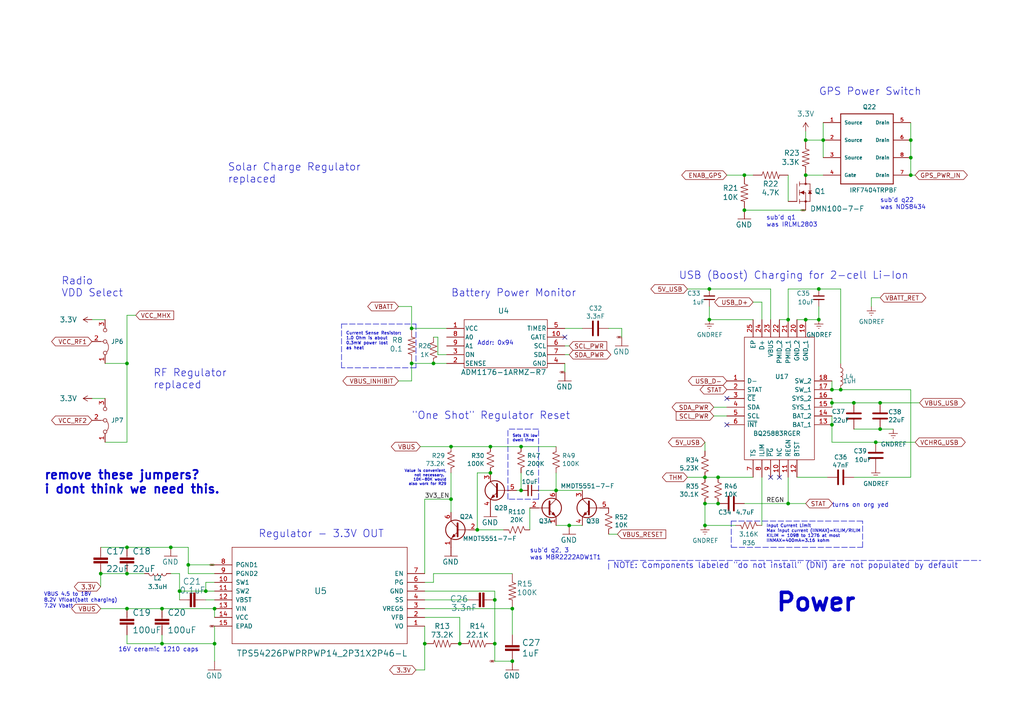
<source format=kicad_sch>
(kicad_sch (version 20211123) (generator eeschema)
  (paper "A4")
  (title_block (title "PyCubed Mainboard") (date "2021-06-09") (rev "v05c") (company "Max Holliday"))
  (lib_symbols
    (symbol "mainboard-rescue:C-Device-mainboard-rescue" (pin_numbers hide) (pin_names (offset 0.254))
      (property "Reference" "C" (at 0.635 2.54 0))
      (property "Value" "C-Device-mainboard-rescue" (at 0.635 -2.54 0))
      (symbol "C-Device-mainboard-rescue_1_1"
        (pin passive line (at 0 3.81 270) (length 2.794) (name "~") (number "1"))
        (pin passive line (at 0 -3.81 90) (length 2.794) (name "~") (number "2"))
      )
    )
    (symbol "mainboard-rescue:C_Small-Device-mainboard-rescue" (pin_numbers hide) (pin_names (offset 0.254) hide)
      (property "Reference" "C" (at 0.254 1.778 0))
      (property "Value" "C_Small-Device-mainboard-rescue" (at 0.254 -2.032 0))
      (symbol "C_Small-Device-mainboard-rescue_1_1"
        (pin passive line (at 0 2.54 270) (length 2.032) (name "~") (number "1"))
        (pin passive line (at 0 -2.54 90) (length 2.032) (name "~") (number "2"))
      )
    )
    (symbol "mainboard-rescue:GNDREF-power-mainboard-rescue" (power) (pin_names (offset 0))
      (property "Value" "GNDREF-power-mainboard-rescue" (at 0 -3.81 0))
      (symbol "GNDREF-power-mainboard-rescue_1_1"
        (pin power_in line (at 0 0 270) (length 0) hide (name "GNDREF") (number "1"))
      )
    )
    (symbol "mainboard-rescue:Jumper_3_Bridged12-Jumper-mainboard-rescue" (pin_names (offset 0) hide)
      (property "Reference" "JP" (at -2.54 -2.54 0))
      (property "Value" "Jumper_3_Bridged12-Jumper-mainboard-rescue" (at 0 2.794 0))
      (symbol "Jumper_3_Bridged12-Jumper-mainboard-rescue_1_1"
        (pin passive line (at -6.35 0 0) (length 2.54) (name "A") (number "1"))
        (pin input line (at 0 -3.81 90) (length 2.54) (name "C") (number "2"))
        (pin passive line (at 6.35 0 180) (length 2.54) (name "B") (number "3"))
      )
    )
    (symbol "mainboard-rescue:L-Device-mainboard-rescue" (pin_numbers hide) (pin_names (offset 1.016) hide)
      (property "Reference" "L" (at -1.27 0 90))
      (property "Value" "L-Device-mainboard-rescue" (at 1.905 0 90))
      (symbol "L-Device-mainboard-rescue_1_1"
        (pin passive line (at 0 3.81 270) (length 1.27) (name "1") (number "1"))
        (pin passive line (at 0 -3.81 90) (length 1.27) (name "2") (number "2"))
      )
    )
    (symbol "mainboard-rescue:MBT2222ADW1T1-Transistor_BJT-mainboard-rescue" (pin_names (offset 0) hide)
      (property "Reference" "Q" (at 5.08 1.27 0))
      (property "Value" "MBT2222ADW1T1-Transistor_BJT-mainboard-rescue" (at 5.08 -1.27 0))
      (symbol "MBT2222ADW1T1-Transistor_BJT-mainboard-rescue_1_1"
        (pin passive line (at 2.54 -5.08 90) (length 2.54) (name "E1") (number "1"))
        (pin input line (at -5.08 0 0) (length 2.54) (name "B1") (number "2"))
        (pin passive line (at 2.54 5.08 270) (length 2.54) (name "C1") (number "6"))
      )
      (symbol "MBT2222ADW1T1-Transistor_BJT-mainboard-rescue_2_1"
        (pin passive line (at 2.54 5.08 270) (length 2.54) (name "C2") (number "3"))
        (pin passive line (at 2.54 -5.08 90) (length 2.54) (name "E2") (number "4"))
        (pin input line (at -5.08 0 0) (length 2.54) (name "B2") (number "5"))
      )
    )
    (symbol "mainboard-rescue:R_US-Device-mainboard-rescue" (pin_numbers hide) (pin_names (offset 0))
      (property "Reference" "R" (at 2.54 0 90))
      (property "Value" "R_US-Device-mainboard-rescue" (at -2.54 0 90))
      (symbol "R_US-Device-mainboard-rescue_1_1"
        (pin passive line (at 0 3.81 270) (length 1.27) (name "~") (number "1"))
        (pin passive line (at 0 -3.81 90) (length 1.27) (name "~") (number "2"))
      )
    )
    (symbol "mainboard:1.0UF-0603-16V-10%" (pin_names (offset 1.016))
      (property "Reference" "C" (at 1.524 2.921 0))
      (property "Value" "1.0UF-0603-16V-10%" (at 1.524 -2.159 0))
      (symbol "1.0UF-0603-16V-10%_1_0"
        (pin passive line (at 0 5.08 270) (length 2.54) (name "1") (number "1"))
        (pin passive line (at 0 -2.54 90) (length 2.54) (name "2") (number "2"))
      )
    )
    (symbol "mainboard:22UF-0805-6.3V-20%" (pin_names (offset 1.016))
      (property "Reference" "C" (at 1.524 2.921 0))
      (property "Value" "22UF-0805-6.3V-20%" (at 1.524 -2.159 0))
      (symbol "22UF-0805-6.3V-20%_1_0"
        (pin passive line (at 0 5.08 270) (length 2.54) (name "1") (number "1"))
        (pin passive line (at 0 -2.54 90) (length 2.54) (name "2") (number "2"))
      )
    )
    (symbol "mainboard:22UF-1210-16V-20%" (pin_names (offset 1.016))
      (property "Reference" "C" (at 1.524 2.921 0))
      (property "Value" "22UF-1210-16V-20%" (at 1.524 -2.159 0))
      (symbol "22UF-1210-16V-20%_1_0"
        (pin passive line (at 0 5.08 270) (length 2.54) (name "1") (number "1"))
        (pin passive line (at 0 -2.54 90) (length 2.54) (name "2") (number "2"))
      )
    )
    (symbol "mainboard:3.3NF-0603-100V-10%" (pin_names (offset 1.016))
      (property "Reference" "C" (at 1.524 2.921 0))
      (property "Value" "3.3NF-0603-100V-10%" (at 1.524 -2.159 0))
      (symbol "3.3NF-0603-100V-10%_1_0"
        (pin passive line (at 0 5.08 270) (length 2.54) (name "1") (number "1"))
        (pin passive line (at 0 -2.54 90) (length 2.54) (name "2") (number "2"))
      )
    )
    (symbol "mainboard:3.3V" (power) (pin_names (offset 1.016))
      (property "Value" "3.3V" (at -1.016 3.556 0))
      (symbol "3.3V_1_0"
        (pin power_in line (at 0 0 90) (length 2.54) (name "3.3V") (number "1"))
      )
    )
    (symbol "mainboard:ADM1176-1ARMZ-R7" (pin_names (offset 0.254))
      (property "Reference" "U?" (at 19.05 -10.16 0))
      (property "Value" "ADM1176-1ARMZ-R7" (at 20.32 -26.67 0))
      (symbol "ADM1176-1ARMZ-R7_1_0"
        (pin unspecified line (at 2.54 -13.97 0) (length 5.08) (name "VCC") (number "1"))
        (pin unspecified line (at 36.83 -16.51 180) (length 5.08) (name "GATE") (number "10"))
        (pin unspecified line (at 2.54 -24.13 0) (length 5.08) (name "SENSE") (number "2"))
        (pin unspecified line (at 2.54 -21.59 0) (length 5.08) (name "ON") (number "3"))
        (pin unspecified line (at 36.83 -24.13 180) (length 5.08) (name "GND") (number "4"))
        (pin unspecified line (at 36.83 -13.97 180) (length 5.08) (name "TIMER") (number "5"))
        (pin unspecified line (at 36.83 -19.05 180) (length 5.08) (name "SCL") (number "6"))
        (pin unspecified line (at 36.83 -21.59 180) (length 5.08) (name "SDA") (number "7"))
        (pin unspecified line (at 2.54 -16.51 0) (length 5.08) (name "A0") (number "8"))
        (pin unspecified line (at 2.54 -19.05 0) (length 5.08) (name "A1") (number "9"))
      )
    )
    (symbol "mainboard:BQ25883RGER" (pin_names (offset 0.762))
      (property "Reference" "IC" (at 26.67 17.78 0))
      (property "Value" "BQ25883RGER" (at 26.67 15.24 0))
      (symbol "BQ25883RGER_0_0"
        (pin bidirectional line (at 0 0 0) (length 5.08) (name "D-") (number "1"))
        (pin bidirectional line (at 15.24 -27.94 90) (length 5.08) (name "NC") (number "10"))
        (pin bidirectional line (at 17.78 -27.94 90) (length 5.08) (name "REGN") (number "11"))
        (pin bidirectional line (at 20.32 -27.94 90) (length 5.08) (name "BTST") (number "12"))
        (pin bidirectional line (at 30.48 -12.7 180) (length 5.08) (name "BAT_1") (number "13"))
        (pin bidirectional line (at 30.48 -10.16 180) (length 5.08) (name "BAT_2") (number "14"))
        (pin bidirectional line (at 30.48 -7.62 180) (length 5.08) (name "SYS_1") (number "15"))
        (pin bidirectional line (at 30.48 -5.08 180) (length 5.08) (name "SYS_2") (number "16"))
        (pin bidirectional line (at 30.48 -2.54 180) (length 5.08) (name "SW_1") (number "17"))
        (pin bidirectional line (at 30.48 0 180) (length 5.08) (name "SW_2") (number "18"))
        (pin bidirectional line (at 22.86 17.78 270) (length 5.08) (name "GND_1") (number "19"))
        (pin bidirectional line (at 0 -2.54 0) (length 5.08) (name "STAT") (number "2"))
        (pin bidirectional line (at 20.32 17.78 270) (length 5.08) (name "GND_2") (number "20"))
        (pin bidirectional line (at 17.78 17.78 270) (length 5.08) (name "PMID_1") (number "21"))
        (pin bidirectional line (at 15.24 17.78 270) (length 5.08) (name "PMID_2") (number "22"))
        (pin bidirectional line (at 12.7 17.78 270) (length 5.08) (name "VBUS") (number "23"))
        (pin bidirectional line (at 10.16 17.78 270) (length 5.08) (name "D+") (number "24"))
        (pin bidirectional line (at 7.62 17.78 270) (length 5.08) (name "EP") (number "25"))
        (pin bidirectional line (at 0 -5.08 0) (length 5.08) (name "~{CE}") (number "3"))
        (pin bidirectional line (at 0 -7.62 0) (length 5.08) (name "SDA") (number "4"))
        (pin bidirectional line (at 0 -10.16 0) (length 5.08) (name "SCL") (number "5"))
        (pin bidirectional line (at 0 -12.7 0) (length 5.08) (name "~{INT}") (number "6"))
        (pin bidirectional line (at 7.62 -27.94 90) (length 5.08) (name "TS") (number "7"))
        (pin bidirectional line (at 10.16 -27.94 90) (length 5.08) (name "ILIM") (number "8"))
        (pin bidirectional line (at 12.7 -27.94 90) (length 5.08) (name "~{PG}") (number "9"))
      )
    )
    (symbol "mainboard:GND" (power) (pin_names (offset 1.016))
      (property "Value" "GND" (at -2.54 -2.54 0))
      (symbol "GND_1_0"
        (pin power_in line (at 0 2.54 270) (length 2.54) (name "GND") (number "1"))
      )
    )
    (symbol "mainboard:IRLML2803TRPBF" (pin_names (offset 1.016))
      (property "Reference" "Q" (at -11.43 1.27 0))
      (property "Value" "IRLML2803TRPBF" (at -11.43 3.81 0))
      (symbol "IRLML2803TRPBF_1_0"
        (pin passive line (at -2.54 -2.54 0) (length 2.54) (name "G") (number "1"))
        (pin passive line (at 2.54 -5.08 90) (length 2.54) (name "S") (number "2"))
        (pin passive line (at 2.54 5.08 270) (length 2.54) (name "D") (number "3"))
      )
    )
    (symbol "mainboard:NDS8434" (pin_names (offset 1.016))
      (symbol "NDS8434_0_0"
        (pin bidirectional line (at -12.7 7.62 0) (length 5.08) (name "Source") (number "1"))
        (pin bidirectional line (at -12.7 2.54 0) (length 5.08) (name "Source") (number "2"))
        (pin bidirectional line (at -12.7 -2.54 0) (length 5.08) (name "Source") (number "3"))
        (pin bidirectional line (at -12.7 -7.62 0) (length 5.08) (name "Gate") (number "4"))
        (pin bidirectional line (at 12.7 7.62 180) (length 5.08) (name "Drain") (number "5"))
        (pin bidirectional line (at 12.7 2.54 180) (length 5.08) (name "Drain") (number "6"))
        (pin bidirectional line (at 12.7 -7.62 180) (length 5.08) (name "Drain") (number "7"))
        (pin bidirectional line (at 12.7 -2.54 180) (length 5.08) (name "Drain") (number "8"))
      )
    )
    (symbol "mainboard:R-US_R0603" (pin_names (offset 1.016))
      (property "Reference" "R" (at -3.81 1.4986 0))
      (property "Value" "R-US_R0603" (at -3.81 -3.302 0))
      (symbol "R-US_R0603_1_0"
        (pin passive line (at -5.08 0 0) (length 2.54) (name "1") (number "1"))
        (pin passive line (at 5.08 0 180) (length 2.54) (name "2") (number "2"))
      )
    )
    (symbol "mainboard:R-US_R2512" (pin_names (offset 1.016))
      (property "Reference" "R" (at -3.81 1.4986 0))
      (property "Value" "R-US_R2512" (at -3.81 -3.302 0))
      (symbol "R-US_R2512_1_0"
        (pin passive line (at -5.08 0 0) (length 2.54) (name "1") (number "1"))
        (pin passive line (at 5.08 0 180) (length 2.54) (name "2") (number "2"))
      )
    )
    (symbol "mainboard:TPS54226PWPRPWP14_2P31X2P46-L" (pin_names (offset 1.016))
      (property "Reference" "U" (at 28.2956 9.1186 0))
      (property "Value" "TPS54226PWPRPWP14_2P31X2P46-L" (at 27.6606 6.5786 0))
      (symbol "TPS54226PWPRPWP14_2P31X2P46-L_1_0"
        (pin output line (at 2.54 0 0) (length 5.08) (name "VO") (number "1"))
        (pin passive line (at 63.5 -12.7 180) (length 5.08) (name "SW1") (number "10"))
        (pin passive line (at 63.5 -10.16 180) (length 5.08) (name "SW2") (number "11"))
        (pin input line (at 63.5 -7.62 180) (length 5.08) (name "VBST") (number "12"))
        (pin input line (at 63.5 -5.08 180) (length 5.08) (name "VIN") (number "13"))
        (pin input line (at 63.5 -2.54 180) (length 5.08) (name "VCC") (number "14"))
        (pin passive line (at 63.5 0 180) (length 5.08) (name "EPAD") (number "15"))
        (pin input line (at 2.54 -2.54 0) (length 5.08) (name "VFB") (number "2"))
        (pin output line (at 2.54 -5.08 0) (length 5.08) (name "VREG5") (number "3"))
        (pin passive line (at 2.54 -7.62 0) (length 5.08) (name "SS") (number "4"))
        (pin power_in line (at 2.54 -10.16 0) (length 5.08) (name "GND") (number "5"))
        (pin output line (at 2.54 -12.7 0) (length 5.08) (name "PG") (number "6"))
        (pin input line (at 2.54 -15.24 0) (length 5.08) (name "EN") (number "7"))
        (pin power_in line (at 63.5 -17.78 180) (length 5.08) (name "PGND1") (number "8"))
        (pin power_in line (at 63.5 -15.24 180) (length 5.08) (name "PGND2") (number "9"))
      )
    )
  )
  (junction (at 215.9 50.8))
  (junction (at 247.65 116.84))
  (junction (at 215.9 60.96))
  (junction (at 254 128.27))
  (junction (at 237.49 83.82))
  (junction (at 36.83 105.41))
  (junction (at 205.74 92.71))
  (junction (at 208.28 146.05))
  (junction (at 36.83 166.37))
  (junction (at 233.68 50.8))
  (junction (at 62.23 186.69))
  (junction (at 165.1 152.4))
  (junction (at 238.76 40.64))
  (junction (at 204.47 146.05))
  (junction (at 59.69 171.45))
  (junction (at 151.13 129.54))
  (junction (at 143.51 173.99))
  (junction (at 46.99 176.53))
  (junction (at 204.47 138.43))
  (junction (at 119.38 95.25))
  (junction (at 208.28 138.43))
  (junction (at 52.07 171.45))
  (junction (at 205.74 83.82))
  (junction (at 46.99 186.69))
  (junction (at 148.59 191.77))
  (junction (at 151.13 142.24))
  (junction (at 119.38 105.41))
  (junction (at 123.19 186.69))
  (junction (at 54.61 163.83))
  (junction (at 233.68 92.71))
  (junction (at 143.51 186.69))
  (junction (at 204.47 152.4))
  (junction (at 148.59 176.53))
  (junction (at 142.24 129.54))
  (junction (at 241.3 113.03))
  (junction (at 241.3 123.19))
  (junction (at 29.21 166.37))
  (junction (at 62.23 176.53))
  (junction (at 130.81 144.78))
  (junction (at 130.81 129.54))
  (junction (at 255.27 116.84))
  (junction (at 161.29 142.24))
  (junction (at 36.83 176.53))
  (junction (at 138.43 153.67))
  (junction (at 243.84 113.03))
  (junction (at 125.73 105.41))
  (junction (at 255.27 124.46))
  (junction (at 264.16 50.8))
  (junction (at 264.16 40.64))
  (junction (at 36.83 158.75))
  (junction (at 233.68 40.64))
  (junction (at 142.24 137.16))
  (junction (at 237.49 92.71))
  (junction (at 228.6 146.05))
  (junction (at 133.35 186.69))
  (junction (at 264.16 45.72))
  (junction (at 49.53 158.75))
  (junction (at 228.6 92.71))
  (junction (at 241.3 116.84))
  (no_connect (at 210.82 123.19))
  (no_connect (at 163.83 97.79))
  (no_connect (at 223.52 138.43))
  (no_connect (at 226.06 138.43))
  (no_connect (at 210.82 115.57))
  (wire (pts (xy 54.61 166.37) (xy 62.23 166.37)))
  (wire (pts (xy 62.23 168.91) (xy 59.69 168.91)))
  (polyline (pts (xy 99.06 93.98) (xy 120.65 93.98)))
  (wire (pts (xy 138.43 137.16) (xy 142.24 137.16)))
  (wire (pts (xy 29.21 170.18) (xy 29.21 166.37)))
  (wire (pts (xy 264.16 50.8) (xy 265.43 50.8)))
  (polyline (pts (xy 120.65 93.98) (xy 120.65 106.68)))
  (wire (pts (xy 36.83 158.75) (xy 49.53 158.75)))
  (wire (pts (xy 46.99 186.69) (xy 46.99 184.15)))
  (wire (pts (xy 264.16 35.56) (xy 264.16 40.64)))
  (wire (pts (xy 119.38 95.25) (xy 129.54 95.25)))
  (wire (pts (xy 148.59 166.37) (xy 125.73 166.37)))
  (wire (pts (xy 231.14 92.71) (xy 233.68 92.71)))
  (wire (pts (xy 218.44 50.8) (xy 215.9 50.8)))
  (wire (pts (xy 36.83 176.53) (xy 29.21 176.53)))
  (wire (pts (xy 254 128.27) (xy 265.43 128.27)))
  (wire (pts (xy 130.81 144.78) (xy 130.81 148.59)))
  (polyline (pts (xy 156.21 144.78) (xy 156.21 124.46)))
  (wire (pts (xy 264.16 45.72) (xy 264.16 50.8)))
  (wire (pts (xy 205.74 88.9) (xy 205.74 92.71)))
  (wire (pts (xy 123.19 181.61) (xy 123.19 186.69)))
  (wire (pts (xy 26.67 92.71) (xy 30.48 92.71)))
  (wire (pts (xy 143.51 191.77) (xy 143.51 186.69)))
  (wire (pts (xy 233.68 40.64) (xy 233.68 38.1)))
  (wire (pts (xy 208.28 138.43) (xy 204.47 138.43)))
  (wire (pts (xy 179.07 154.94) (xy 176.53 154.94)))
  (wire (pts (xy 243.84 83.82) (xy 237.49 83.82)))
  (wire (pts (xy 133.35 179.07) (xy 133.35 186.69)))
  (wire (pts (xy 215.9 146.05) (xy 228.6 146.05)))
  (wire (pts (xy 52.07 171.45) (xy 52.07 166.37)))
  (wire (pts (xy 36.83 186.69) (xy 36.83 184.15)))
  (wire (pts (xy 163.83 107.95) (xy 163.83 105.41)))
  (wire (pts (xy 233.68 92.71) (xy 237.49 92.71)))
  (wire (pts (xy 36.83 128.27) (xy 36.83 105.41)))
  (wire (pts (xy 168.91 152.4) (xy 165.1 152.4)))
  (wire (pts (xy 165.1 152.4) (xy 161.29 152.4)))
  (wire (pts (xy 62.23 181.61) (xy 62.23 186.69)))
  (wire (pts (xy 210.82 118.11) (xy 207.01 118.11)))
  (wire (pts (xy 46.99 176.53) (xy 62.23 176.53)))
  (wire (pts (xy 228.6 146.05) (xy 233.68 146.05)))
  (wire (pts (xy 153.67 153.67) (xy 153.67 147.32)))
  (wire (pts (xy 30.48 128.27) (xy 36.83 128.27)))
  (wire (pts (xy 146.05 153.67) (xy 138.43 153.67)))
  (wire (pts (xy 125.73 168.91) (xy 123.19 168.91)))
  (polyline (pts (xy 176.53 165.1) (xy 176.53 162.56)))
  (wire (pts (xy 247.65 124.46) (xy 255.27 124.46)))
  (wire (pts (xy 123.19 179.07) (xy 133.35 179.07)))
  (wire (pts (xy 143.51 173.99) (xy 143.51 186.69)))
  (wire (pts (xy 255.27 124.46) (xy 259.08 124.46)))
  (wire (pts (xy 161.29 137.16) (xy 161.29 142.24)))
  (wire (pts (xy 241.3 120.65) (xy 241.3 123.19)))
  (wire (pts (xy 204.47 152.4) (xy 213.36 152.4)))
  (wire (pts (xy 204.47 146.05) (xy 204.47 152.4)))
  (wire (pts (xy 264.16 40.64) (xy 264.16 45.72)))
  (wire (pts (xy 168.91 142.24) (xy 161.29 142.24)))
  (wire (pts (xy 226.06 92.71) (xy 228.6 92.71)))
  (wire (pts (xy 127 97.79) (xy 125.73 97.79)))
  (wire (pts (xy 228.6 138.43) (xy 228.6 146.05)))
  (wire (pts (xy 30.48 105.41) (xy 36.83 105.41)))
  (wire (pts (xy 176.53 95.25) (xy 180.34 95.25)))
  (wire (pts (xy 237.49 88.9) (xy 237.49 92.71)))
  (wire (pts (xy 247.65 138.43) (xy 264.16 138.43)))
  (wire (pts (xy 247.65 116.84) (xy 255.27 116.84)))
  (wire (pts (xy 46.99 186.69) (xy 62.23 186.69)))
  (polyline (pts (xy 99.06 106.68) (xy 99.06 93.98)))
  (wire (pts (xy 247.65 116.84) (xy 241.3 116.84)))
  (wire (pts (xy 36.83 186.69) (xy 46.99 186.69)))
  (wire (pts (xy 36.83 105.41) (xy 36.83 91.44)))
  (polyline (pts (xy 147.32 144.78) (xy 147.32 124.46)))
  (wire (pts (xy 62.23 163.83) (xy 54.61 163.83)))
  (wire (pts (xy 205.74 92.71) (xy 218.44 92.71)))
  (wire (pts (xy 241.3 113.03) (xy 243.84 113.03)))
  (wire (pts (xy 243.84 113.03) (xy 264.16 113.03)))
  (wire (pts (xy 238.76 40.64) (xy 238.76 35.56)))
  (wire (pts (xy 220.98 152.4) (xy 220.98 138.43)))
  (wire (pts (xy 254 128.27) (xy 241.3 128.27)))
  (wire (pts (xy 123.19 176.53) (xy 148.59 176.53)))
  (wire (pts (xy 233.68 60.96) (xy 215.9 60.96)))
  (wire (pts (xy 130.81 137.16) (xy 130.81 144.78)))
  (wire (pts (xy 125.73 166.37) (xy 125.73 168.91)))
  (wire (pts (xy 119.38 95.25) (xy 119.38 88.9)))
  (wire (pts (xy 223.52 92.71) (xy 223.52 83.82)))
  (wire (pts (xy 241.3 115.57) (xy 241.3 116.84)))
  (wire (pts (xy 149.86 142.24) (xy 151.13 142.24)))
  (wire (pts (xy 119.38 105.41) (xy 125.73 105.41)))
  (wire (pts (xy 165.1 100.33) (xy 163.83 100.33)))
  (wire (pts (xy 215.9 50.8) (xy 210.82 50.8)))
  (wire (pts (xy 241.3 128.27) (xy 241.3 123.19)))
  (wire (pts (xy 115.57 110.49) (xy 119.38 110.49)))
  (wire (pts (xy 123.19 166.37) (xy 123.19 144.78)))
  (wire (pts (xy 62.23 173.99) (xy 59.69 173.99)))
  (polyline (pts (xy 176.53 162.56) (xy 284.48 162.56)))
  (wire (pts (xy 138.43 153.67) (xy 138.43 137.16)))
  (wire (pts (xy 143.51 171.45) (xy 143.51 173.99)))
  (wire (pts (xy 127 102.87) (xy 129.54 102.87)))
  (wire (pts (xy 238.76 45.72) (xy 238.76 40.64)))
  (wire (pts (xy 59.69 171.45) (xy 59.69 168.91)))
  (wire (pts (xy 218.44 138.43) (xy 208.28 138.43)))
  (wire (pts (xy 228.6 83.82) (xy 228.6 92.71)))
  (wire (pts (xy 127 102.87) (xy 127 97.79)))
  (wire (pts (xy 130.81 129.54) (xy 142.24 129.54)))
  (wire (pts (xy 54.61 163.83) (xy 54.61 166.37)))
  (wire (pts (xy 49.53 158.75) (xy 54.61 158.75)))
  (wire (pts (xy 125.73 105.41) (xy 129.54 105.41)))
  (polyline (pts (xy 120.65 106.68) (xy 99.06 106.68)))
  (polyline (pts (xy 212.09 151.13) (xy 212.09 158.75)))
  (wire (pts (xy 237.49 83.82) (xy 228.6 83.82)))
  (wire (pts (xy 29.21 166.37) (xy 36.83 166.37)))
  (wire (pts (xy 151.13 129.54) (xy 161.29 129.54)))
  (wire (pts (xy 255.27 116.84) (xy 266.7 116.84)))
  (polyline (pts (xy 250.19 151.13) (xy 212.09 151.13)))
  (wire (pts (xy 62.23 179.07) (xy 62.23 176.53)))
  (wire (pts (xy 121.92 129.54) (xy 130.81 129.54)))
  (wire (pts (xy 123.19 144.78) (xy 130.81 144.78)))
  (polyline (pts (xy 250.19 158.75) (xy 250.19 151.13)))
  (wire (pts (xy 241.3 110.49) (xy 241.3 113.03)))
  (wire (pts (xy 143.51 191.77) (xy 148.59 191.77)))
  (wire (pts (xy 205.74 83.82) (xy 199.39 83.82)))
  (wire (pts (xy 252.73 88.9) (xy 252.73 86.36)))
  (wire (pts (xy 36.83 91.44) (xy 39.37 91.44)))
  (wire (pts (xy 142.24 129.54) (xy 151.13 129.54)))
  (wire (pts (xy 52.07 173.99) (xy 52.07 171.45)))
  (wire (pts (xy 210.82 120.65) (xy 207.01 120.65)))
  (wire (pts (xy 151.13 137.16) (xy 151.13 142.24)))
  (wire (pts (xy 156.21 142.24) (xy 161.29 142.24)))
  (wire (pts (xy 228.6 58.42) (xy 228.6 50.8)))
  (wire (pts (xy 36.83 166.37) (xy 41.91 166.37)))
  (wire (pts (xy 204.47 128.27) (xy 204.47 130.81)))
  (wire (pts (xy 243.84 105.41) (xy 243.84 83.82)))
  (wire (pts (xy 62.23 171.45) (xy 59.69 171.45)))
  (wire (pts (xy 208.28 146.05) (xy 204.47 146.05)))
  (wire (pts (xy 26.67 115.57) (xy 30.48 115.57)))
  (wire (pts (xy 168.91 95.25) (xy 163.83 95.25)))
  (wire (pts (xy 231.14 138.43) (xy 240.03 138.43)))
  (wire (pts (xy 62.23 186.69) (xy 62.23 191.77)))
  (wire (pts (xy 223.52 83.82) (xy 205.74 83.82)))
  (wire (pts (xy 29.21 158.75) (xy 36.83 158.75)))
  (polyline (pts (xy 156.21 124.46) (xy 147.32 124.46)))
  (wire (pts (xy 148.59 176.53) (xy 148.59 184.15)))
  (wire (pts (xy 123.19 194.31) (xy 120.65 194.31)))
  (wire (pts (xy 119.38 105.41) (xy 119.38 110.49)))
  (wire (pts (xy 115.57 88.9) (xy 119.38 88.9)))
  (wire (pts (xy 241.3 116.84) (xy 241.3 118.11)))
  (wire (pts (xy 238.76 50.8) (xy 233.68 50.8)))
  (wire (pts (xy 123.19 186.69) (xy 123.19 194.31)))
  (wire (pts (xy 36.83 176.53) (xy 46.99 176.53)))
  (wire (pts (xy 218.44 87.63) (xy 220.98 87.63)))
  (wire (pts (xy 264.16 113.03) (xy 264.16 138.43)))
  (wire (pts (xy 123.19 173.99) (xy 135.89 173.99)))
  (wire (pts (xy 252.73 86.36) (xy 255.27 86.36)))
  (wire (pts (xy 180.34 97.79) (xy 180.34 95.25)))
  (wire (pts (xy 165.1 102.87) (xy 163.83 102.87)))
  (wire (pts (xy 220.98 87.63) (xy 220.98 92.71)))
  (wire (pts (xy 54.61 158.75) (xy 54.61 163.83)))
  (polyline (pts (xy 156.21 144.78) (xy 147.32 144.78)))
  (wire (pts (xy 204.47 138.43) (xy 199.39 138.43)))
  (wire (pts (xy 59.69 171.45) (xy 52.07 171.45)))
  (wire (pts (xy 238.76 40.64) (xy 233.68 40.64)))
  (wire (pts (xy 123.19 171.45) (xy 143.51 171.45)))
  (polyline (pts (xy 212.09 158.75) (xy 250.19 158.75)))
  (wire (pts (xy 49.53 166.37) (xy 52.07 166.37)))
  (text "Value is convenient,\nnot necessary. \n10K-80K would\nalso work for R29" (at 129.54 140.97 0) (effects (font (size 0.7874 0.7874)) (justify right bottom)))
  (text "Input Current Limit\nMax input current (IINMAX)=KILIM/RILIM\nKILIM = 1098 to 1276 at most\nIINMAX=400mA=3.16 kohm" (at 222.25 157.48 0) (effects (font (size 0.889 0.889)) (justify left bottom)))
  (text "USB (Boost) Charging for 2-cell Li-Ion" (at 196.85 81.28 0) (effects (font (size 2.159 2.159)) (justify left bottom)))
  (text "Battery Power Monitor" (at 130.81 86.36 0) (effects (font (size 2.159 2.159)) (justify left bottom)))
  (text "Addr: 0x94" (at 138.43 100.33 0) (effects (font (size 1.27 1.27)) (justify left bottom)))
  (text "sub'd q2, 3\nwas MBR2222ADW1T1" (at 153.67 162.56 0) (effects (font (size 1.27 1.27)) (justify left bottom)))
  (text "\"One Shot\" Regulator Reset" (at 119.38 121.92 0) (effects (font (size 2.159 2.159)) (justify left bottom)))
  (text "GPS Power Switch" (at 237.49 27.94 0) (effects (font (size 2.159 2.159)) (justify left bottom)))
  (text "sub'd q22\nwas NDS8434\n" (at 255.27 60.96 0) (effects (font (size 1.27 1.27)) (justify left bottom)))
  (text "Power" (at 224.79 177.8 0) (effects (font (size 5.08 5.08) (thickness 1.016) bold) (justify left bottom)))
  (text "16V ceramic 1210 caps" (at 34.29 189.23 0) (effects (font (size 1.27 1.27)) (justify left bottom)))
  (text "Sets EN low\ndwell time" (at 148.59 128.27 0) (effects (font (size 0.7874 0.7874)) (justify left bottom)))
  (text "turns on org yed" (at 241.3 147.32 0) (effects (font (size 1.27 1.27)) (justify left bottom)))
  (text "sub'd q1\nwas IRLML2803" (at 222.25 66.04 0) (effects (font (size 1.27 1.27)) (justify left bottom)))
  (text "NOTE: Components labeled \"do not install\" (DNI) are not populated by default" (at 177.8 165.1 0) (effects (font (size 1.651 1.651)) (justify left bottom)))
  (text "Radio\nVDD Select" (at 17.78 86.36 0) (effects (font (size 2.159 2.159)) (justify left bottom)))
  (text "Current Sense Resistor:\n1.0 Ohm is about \n0.3mW power lost\nas heat" (at 100.33 101.6 0) (effects (font (size 0.889 0.889)) (justify left bottom)))
  (text "remove these jumpers? \ni dont think we need this." (at 12.7 143.51 0) (effects (font (size 2.54 2.54) (thickness 0.508) bold) (justify left bottom)))
  (text "VBUS 4.5 to 18V\n8.2V Vfloat(batt charging)\n7.2V Vbatt" (at 12.7 176.53 0) (effects (font (size 1.0668 1.0668)) (justify left bottom)))
  (text "Regulator - 3.3V OUT" (at 74.93 156.21 0) (effects (font (size 2.159 2.159)) (justify left bottom)))
  (text "Solar Charge Regulator\nreplaced" (at 66.04 53.34 0) (effects (font (size 2.159 2.159)) (justify left bottom)))
  (text "RF Regulator\nreplaced" (at 44.45 113.03 0) (effects (font (size 2.159 2.159)) (justify left bottom)))
  (label "3V3_EN" (at 123.19 144.78 0))
  (label "REGN" (at 222.25 146.05 0))
  (global_label "GPS_PWR_IN" (shape bidirectional) (at 265.43 50.8 0) (property "Intersheet References" "${INTERSHEET_REFS}" (effects hide)))
  (global_label "5V_USB" (shape bidirectional) (at 204.47 128.27 180) (property "Intersheet References" "${INTERSHEET_REFS}" (effects hide)))
  (global_label "VCC_MHX" (shape input) (at 39.37 91.44 0) (property "Intersheet References" "${INTERSHEET_REFS}" (effects hide)))
  (global_label "STAT" (shape bidirectional) (at 210.82 113.03 180) (property "Intersheet References" "${INTERSHEET_REFS}" (effects hide)))
  (global_label "VCHRG_USB" (shape bidirectional) (at 265.43 128.27 0) (property "Intersheet References" "${INTERSHEET_REFS}" (effects hide)))
  (global_label "3.3V" (shape bidirectional) (at 120.65 194.31 180) (property "Intersheet References" "${INTERSHEET_REFS}" (effects hide)))
  (global_label "SDA_PWR" (shape bidirectional) (at 207.01 118.11 180) (property "Intersheet References" "${INTERSHEET_REFS}" (effects hide)))
  (global_label "VBUS_INHIBIT" (shape bidirectional) (at 115.57 110.49 180) (property "Intersheet References" "${INTERSHEET_REFS}" (effects hide)))
  (global_label "USB_D-" (shape bidirectional) (at 210.82 110.49 180) (property "Intersheet References" "${INTERSHEET_REFS}" (effects hide)))
  (global_label "VBUS_USB" (shape bidirectional) (at 266.7 116.84 0) (property "Intersheet References" "${INTERSHEET_REFS}" (effects hide)))
  (global_label "SCL_PWR" (shape input) (at 207.01 120.65 180) (property "Intersheet References" "${INTERSHEET_REFS}" (effects hide)))
  (global_label "VBATT" (shape bidirectional) (at 115.57 88.9 180) (property "Intersheet References" "${INTERSHEET_REFS}" (effects hide)))
  (global_label "GND" (shape bidirectional) (at 180.34 97.79 180) (effects (font (size 0.254 0.254))) (property "Intersheet References" "${INTERSHEET_REFS}" (effects hide)))
  (global_label "VCC_RF1" (shape bidirectional) (at 26.67 99.06 180) (property "Intersheet References" "${INTERSHEET_REFS}" (effects hide)))
  (global_label "3.3V" (shape bidirectional) (at 29.21 170.18 180) (property "Intersheet References" "${INTERSHEET_REFS}" (effects hide)))
  (global_label "SDA_PWR" (shape bidirectional) (at 165.1 102.87 0) (property "Intersheet References" "${INTERSHEET_REFS}" (effects hide)))
  (global_label "VBUS" (shape bidirectional) (at 121.92 129.54 180) (property "Intersheet References" "${INTERSHEET_REFS}" (effects hide)))
  (global_label "SCL_PWR" (shape input) (at 165.1 100.33 0) (property "Intersheet References" "${INTERSHEET_REFS}" (effects hide)))
  (global_label "USB_D+" (shape bidirectional) (at 218.44 87.63 180) (property "Intersheet References" "${INTERSHEET_REFS}" (effects hide)))
  (global_label "GND" (shape bidirectional) (at 163.83 107.95 180) (effects (font (size 0.254 0.254))) (property "Intersheet References" "${INTERSHEET_REFS}" (effects hide)))
  (global_label "VCC_RF2" (shape bidirectional) (at 26.67 121.92 180) (property "Intersheet References" "${INTERSHEET_REFS}" (effects hide)))
  (global_label "GND" (shape bidirectional) (at 233.68 60.96 180) (effects (font (size 0.254 0.254))) (property "Intersheet References" "${INTERSHEET_REFS}" (effects hide)))
  (global_label "5V_USB" (shape bidirectional) (at 199.39 83.82 180) (property "Intersheet References" "${INTERSHEET_REFS}" (effects hide)))
  (global_label "VBUS_RESET" (shape input) (at 179.07 154.94 0) (property "Intersheet References" "${INTERSHEET_REFS}" (effects hide)))
  (global_label "VBATT_RET" (shape bidirectional) (at 255.27 86.36 0) (property "Intersheet References" "${INTERSHEET_REFS}" (effects hide)))
  (global_label "GND" (shape bidirectional) (at 62.23 163.83 180) (effects (font (size 0.254 0.254))) (property "Intersheet References" "${INTERSHEET_REFS}" (effects hide)))
  (global_label "STAT" (shape bidirectional) (at 233.68 146.05 0) (property "Intersheet References" "${INTERSHEET_REFS}" (effects hide)))
  (global_label "GND" (shape bidirectional) (at 143.51 191.77 180) (effects (font (size 0.254 0.254))) (property "Intersheet References" "${INTERSHEET_REFS}" (effects hide)))
  (global_label "GND" (shape bidirectional) (at 62.23 181.61 180) (effects (font (size 0.254 0.254))) (property "Intersheet References" "${INTERSHEET_REFS}" (effects hide)))
  (global_label "VBUS" (shape bidirectional) (at 29.21 176.53 180) (property "Intersheet References" "${INTERSHEET_REFS}" (effects hide)))
  (global_label "ENAB_GPS" (shape bidirectional) (at 210.82 50.8 180) (property "Intersheet References" "${INTERSHEET_REFS}" (effects hide)))
  (global_label "THM" (shape bidirectional) (at 199.39 138.43 180) (property "Intersheet References" "${INTERSHEET_REFS}" (effects hide)))
  (symbol (lib_id "mainboard:1.0UF-0603-16V-10%") (at 57.15 173.99 90)
    (property "Reference" "C21" (at 58.42 167.64 90) (effects (font (size 1.778 1.778)) (justify left bottom)))
    (property "Value" "0.1uF" (at 59.69 170.18 90) (effects (font (size 1.778 1.778)) (justify left bottom)))
    (property "Footprint" "Capacitor_SMD:C_0603_1608Metric" (effects hide))
  )
  (symbol (lib_id "mainboard:R-US_R0603") (at 138.43 186.69 180)
    (property "Reference" "R14" (at 138.43 181.61 0) (effects (font (size 1.4986 1.4986))))
    (property "Value" "22.1K" (at 138.43 184.15 0) (effects (font (size 1.4986 1.4986))))
    (property "Footprint" "Resistor_SMD:R_0603_1608Metric" (effects hide))
  )
  (symbol (lib_id "mainboard:R-US_R2512") (at 119.38 100.33 90)
    (property "Reference" "R8" (at 116.84 97.79 90) (effects (font (size 1.4986 1.4986)) (justify left bottom)))
    (property "Value" "0.1" (at 116.84 100.33 90) (effects (font (size 1.4986 1.4986)) (justify left bottom)))
    (property "Footprint" "Resistor_SMD:R_2512_6332Metric" (effects hide))
  )
  (symbol (lib_id "mainboard:3.3V") (at 233.68 38.1 0)
    (property "Reference" "#SUPPLY06" (effects hide))
    (property "Value" "3.3V" (at 233.68 33.02 0) (effects (font (size 1.4986 1.4986))))
  )
  (symbol (lib_id "mainboard:IRLML2803TRPBF") (at 231.14 55.88 0)
    (property "Reference" "Q1" (at 236.22 54.61 0) (effects (font (size 1.4986 1.4986)) (justify left top)))
    (property "Value" "DMN100-7-F" (at 234.95 59.69 0) (effects (font (size 1.4986 1.4986)) (justify left top)))
    (property "Footprint" "mainboard:SOT-23" (effects hide))
    (property "Flight" "DMN100-7-F" (effects hide))
  )
  (symbol (lib_id "mainboard:1.0UF-0603-16V-10%") (at 148.59 189.23 0)
    (property "Reference" "C27" (at 151.3332 186.4106 0) (effects (font (size 1.778 1.778)) (justify left)))
    (property "Value" "1uF" (at 151.3332 189.484 0) (effects (font (size 1.778 1.778)) (justify left)))
    (property "Footprint" "Capacitor_SMD:C_0603_1608Metric" (effects hide))
  )
  (symbol (lib_id "mainboard:22UF-0805-6.3V-20%") (at 29.21 163.83 0)
    (property "Reference" "C17" (at 30.734 160.909 0) (effects (font (size 1.778 1.778)) (justify left bottom)))
    (property "Value" "22uF" (at 30.734 165.989 0) (effects (font (size 1.778 1.778)) (justify left bottom)))
    (property "Footprint" "Capacitor_SMD:C_0805_2012Metric" (effects hide))
  )
  (symbol (lib_id "mainboard:R-US_R0603") (at 148.59 171.45 270)
    (property "Reference" "R15" (at 149.86 170.18 90) (effects (font (size 1.4986 1.4986)) (justify left bottom)))
    (property "Value" "100K" (at 149.86 172.72 90) (effects (font (size 1.4986 1.4986)) (justify left bottom)))
    (property "Footprint" "Resistor_SMD:R_0603_1608Metric" (effects hide))
  )
  (symbol (lib_id "mainboard:NDS8434") (at 251.46 43.18 0)
    (property "Reference" "Q22" (at 250.19 31.75 0) (effects (justify left bottom)))
    (property "Value" "IRF7404TRPBF" (at 246.38 55.88 0) (effects (justify left bottom)))
    (property "Footprint" "Package_SO:SOIC-8_3.9x4.9mm_P1.27mm" (effects hide))
    (property "Description" "P-Channel MOSFET" (effects hide))
    (property "Flight" "IRF7404TRPBF" (effects hide))
  )
  (symbol (lib_id "mainboard-rescue:L-Device-mainboard-rescue") (at 45.72 166.37 270) (unit 1)
    (property "Reference" "L2" (at 45.72 167.64 90))
    (property "Value" "3.3uH" (at 45.72 170.18 90))
    (property "Footprint" "mainboard:L_2141" (effects hide))
    (property "Datasheet" "https://datasheet.lcsc.com/lcsc/2009171412_TAI-TECH-HPC5040NF-3R3MTH_C304367.pdf" (effects hide))
    (property "Description" "3.3uH Shielded Inductor" (effects hide))
    (property "Flight" "SPM5030T-3R3M-HZ" (effects hide))
    (property "Manufacturer_Name" "TAI-TECH" (effects hide))
    (property "Manufacturer_Part_Number" "HPC5040NF-3R3MTH" (effects hide))
    (property "Proto" "HPC5040NF-3R3MTH" (effects hide))
  )
  (symbol (lib_id "mainboard-rescue:C-Device-mainboard-rescue") (at 243.84 138.43 270) (unit 1)
    (property "Reference" "C36" (at 243.84 132.6134 90))
    (property "Value" "47nF" (at 243.84 134.9248 90))
    (property "Footprint" "Capacitor_SMD:C_0603_1608Metric" (effects hide))
  )
  (symbol (lib_id "mainboard-rescue:C-Device-mainboard-rescue") (at 247.65 120.65 180) (unit 1)
    (property "Reference" "C37" (at 245.11 119.38 0) (effects (justify left)))
    (property "Value" "22uF" (at 246.38 121.92 0) (effects (justify left)))
    (property "Footprint" "Capacitor_SMD:C_0805_2012Metric" (effects hide))
  )
  (symbol (lib_id "mainboard-rescue:C-Device-mainboard-rescue") (at 254 132.08 180) (unit 1)
    (property "Reference" "C39" (at 251.46 130.81 0) (effects (justify left)))
    (property "Value" "10uF" (at 252.73 133.35 0) (effects (justify left)))
    (property "Footprint" "Capacitor_SMD:C_0805_2012Metric" (effects hide))
  )
  (symbol (lib_id "mainboard-rescue:C-Device-mainboard-rescue") (at 212.09 146.05 270) (unit 1)
    (property "Reference" "C34" (at 208.28 148.59 90) (effects (justify left)))
    (property "Value" "4.7uF" (at 213.36 148.59 90) (effects (justify left)))
    (property "Footprint" "Capacitor_SMD:C_0805_2012Metric" (effects hide))
  )
  (symbol (lib_id "mainboard-rescue:C_Small-Device-mainboard-rescue") (at 205.74 86.36 180) (unit 1)
    (property "Reference" "C33" (at 203.2 85.09 0) (effects (justify left)))
    (property "Value" "1uF" (at 204.47 87.63 0) (effects (justify left)))
    (property "Footprint" "Capacitor_SMD:C_0603_1608Metric" (effects hide))
  )
  (symbol (lib_id "mainboard-rescue:L-Device-mainboard-rescue") (at 243.84 109.22 0) (unit 1)
    (property "Reference" "L4" (at 246.38 109.22 0))
    (property "Value" "1uH" (at 246.38 110.49 0))
    (property "Footprint" "mainboard:L_2510" (effects hide))
    (property "Datasheet" "https://datasheet.lcsc.com/lcsc/1912111437_PSA-Prosperity-Dielectrics-MCS25GD-1R0MMP_C375955.pdf" (effects hide))
    (property "Description" "1uH Shielded Inductor" (effects hide))
    (property "Flight" "DFE252012F-1R0M" (effects hide))
    (property "Manufacturer_Name" "Prosperity Dielectrics" (effects hide))
    (property "Manufacturer_Part_Number" "MCS25GD-1R0MMP" (effects hide))
    (property "Proto" "MCS25GD-1R0MMP" (effects hide))
  )
  (symbol (lib_id "mainboard:ADM1176-1ARMZ-R7") (at 127 81.28 0) (unit 1)
    (property "Reference" "U4" (at 146.05 90.17 0) (effects (font (size 1.524 1.524))))
    (property "Value" "ADM1176-1ARMZ-R7" (at 146.05 107.95 0) (effects (font (size 1.524 1.524))))
    (property "Footprint" "mainboard:ADM1176-1ARMZ-R7" (effects hide))
    (property "Datasheet" "https://www.analog.com/media/en/technical-documentation/data-sheets/ADM1176.pdf" (effects hide))
    (property "Description" "Power Monitor" (effects hide))
    (property "Flight" "ADM1176-1ARMZ-R7" (effects hide))
    (property "Manufacturer_Name" "Analog Devices Inc." (effects hide))
    (property "Manufacturer_Part_Number" "ADM1176-1ARMZ-R7" (effects hide))
    (property "Proto" "ADM1176-1ARMZ-R7" (effects hide))
  )
  (symbol (lib_id "mainboard-rescue:C_Small-Device-mainboard-rescue") (at 237.49 86.36 180) (unit 1)
    (property "Reference" "C35" (at 234.95 85.09 0) (effects (justify left)))
    (property "Value" "10uF" (at 236.22 87.63 0) (effects (justify left)))
    (property "Footprint" "Capacitor_SMD:C_0805_2012Metric" (effects hide))
  )
  (symbol (lib_id "mainboard-rescue:C-Device-mainboard-rescue") (at 255.27 120.65 180) (unit 1)
    (property "Reference" "C38" (at 257.6068 119.4816 0) (effects (justify right)))
    (property "Value" "22uF" (at 257.6068 121.793 0) (effects (justify right)))
    (property "Footprint" "Capacitor_SMD:C_0805_2012Metric" (effects hide))
  )
  (symbol (lib_id "mainboard-rescue:R_US-Device-mainboard-rescue") (at 204.47 134.62 0) (mirror y)
    (property "Reference" "R34" (at 202.7682 133.4516 0) (effects (justify left)))
    (property "Value" "5.23K" (at 202.7682 135.763 0) (effects (justify left)))
    (property "Footprint" "Resistor_SMD:R_0603_1608Metric" (effects hide))
  )
  (symbol (lib_id "mainboard-rescue:R_US-Device-mainboard-rescue") (at 204.47 142.24 0) (mirror x)
    (property "Reference" "R35" (at 202.7682 141.0716 0) (effects (justify right)))
    (property "Value" "30.1K" (at 202.7682 143.383 0) (effects (justify right)))
    (property "Footprint" "Resistor_SMD:R_0603_1608Metric" (effects hide))
  )
  (symbol (lib_id "mainboard:GND") (at 163.83 110.49 0)
    (property "Reference" "#GND0108" (effects hide))
    (property "Value" "GND" (at 161.29 113.03 0) (effects (font (size 1.4986 1.4986)) (justify left bottom)))
  )
  (symbol (lib_id "mainboard-rescue:R_US-Device-mainboard-rescue") (at 125.73 101.6 0) (mirror x)
    (property "Reference" "R26" (at 123.19 100.33 0))
    (property "Value" "1K" (at 123.19 102.87 0))
    (property "Footprint" "Resistor_SMD:R_0603_1608Metric" (effects hide))
  )
  (symbol (lib_id "mainboard-rescue:C-Device-mainboard-rescue") (at 172.72 95.25 270) (unit 1)
    (property "Reference" "C32" (at 172.72 89.4334 90))
    (property "Value" "3.3nF" (at 172.72 91.7448 90))
    (property "Footprint" "Capacitor_SMD:C_0603_1608Metric" (effects hide))
  )
  (symbol (lib_id "mainboard:BQ25883RGER") (at 210.82 110.49 0) (unit 1)
    (property "Reference" "U17" (at 224.79 109.22 0) (effects (justify left)))
    (property "Value" "BQ25883RGER" (at 218.44 125.73 0) (effects (justify left)))
    (property "Footprint" "mainboard:QFN50P400X400X100-25N-D" (effects hide))
    (property "Datasheet" "http://www.ti.com/lit/ds/symlink/bq25883.pdf?HQS=TI-null-null-mousermode-df-pf-null-wwe&DCM=yes&ref_url=https%3A%2F%2Fwww.mouser.co.uk%2F" (effects hide))
    (property "Description" "Battery Charger - USB Power Delivery" (effects hide))
    (property "Flight" "BQ25883RGER" (effects hide))
    (property "Manufacturer_Name" "Texas Instruments" (effects hide))
    (property "Manufacturer_Part_Number" "BQ25883RGER" (effects hide))
    (property "Proto" "BQ25883RGER" (effects hide))
  )
  (symbol (lib_id "mainboard:GND") (at 180.34 100.33 0)
    (property "Reference" "#GND0109" (effects hide))
    (property "Value" "GND" (at 177.8 102.87 0) (effects (font (size 1.4986 1.4986)) (justify left bottom)))
  )
  (symbol (lib_id "mainboard-rescue:R_US-Device-mainboard-rescue") (at 217.17 152.4 90) (mirror x)
    (property "Reference" "R36" (at 217.17 157.48 90))
    (property "Value" "3.16K" (at 217.17 154.94 90))
    (property "Footprint" "Resistor_SMD:R_0603_1608Metric" (effects hide))
  )
  (symbol (lib_id "mainboard-rescue:R_US-Device-mainboard-rescue") (at 208.28 142.24 180)
    (property "Reference" "R46" (at 210.0072 141.0716 0) (effects (justify right)))
    (property "Value" "10K" (at 210.0072 143.383 0) (effects (justify right)))
    (property "Footprint" "Resistor_SMD:R_0603_1608Metric" (effects hide))
  )
  (symbol (lib_id "mainboard-rescue:MBT2222ADW1T1-Transistor_BJT-mainboard-rescue") (at 158.75 147.32 0) (unit 1)
    (property "Reference" "Q3" (at 156.21 151.13 0) (effects (justify left)))
    (property "Value" "MMDT5551-7-F" (at 162.56 140.97 0) (effects (justify left)))
    (property "Footprint" "Package_TO_SOT_SMD:SOT-363_SC-70-6" (effects hide))
    (property "Flight" "MMDT5551-7-F" (effects hide))
  )
  (symbol (lib_id "mainboard-rescue:MBT2222ADW1T1-Transistor_BJT-mainboard-rescue") (at 144.78 142.24 0) (mirror y) (unit 2)
    (property "Reference" "Q2" (at 147.32 147.32 0) (effects (justify left)))
    (property "Value" "MMDT5551-7-F" (effects hide))
    (property "Footprint" "Package_TO_SOT_SMD:SOT-363_SC-70-6" (effects hide))
    (property "Flight" "MMDT5551-7-F" (effects hide))
  )
  (symbol (lib_id "mainboard-rescue:MBT2222ADW1T1-Transistor_BJT-mainboard-rescue") (at 133.35 153.67 0) (mirror y) (unit 1)
    (property "Reference" "Q2" (at 137.16 149.86 0) (effects (justify left)))
    (property "Value" "MMDT5551-7-F" (at 149.86 156.21 0) (effects (justify left)))
    (property "Footprint" "Package_TO_SOT_SMD:SOT-363_SC-70-6" (effects hide))
    (property "Description" "Dual NPN BJT - 2NPN" (effects hide))
    (property "Flight" "MMDT5551-7-F" (effects hide))
    (property "Manufacturer_Name" "ON Semiconductor" (effects hide))
    (property "Manufacturer_Part_Number" "MBT2222ADW1T1G" (effects hide))
    (property "Proto" "MBT2222ADW1T1G" (effects hide))
  )
  (symbol (lib_id "mainboard-rescue:MBT2222ADW1T1-Transistor_BJT-mainboard-rescue") (at 171.45 147.32 0) (mirror y) (unit 2)
    (property "Reference" "Q3" (at 173.99 151.13 0) (effects (justify left)))
    (property "Value" "MMDT5551-7-F" (effects hide))
    (property "Footprint" "Package_TO_SOT_SMD:SOT-363_SC-70-6" (effects hide))
    (property "Description" "Dual NPN BJT - 2NPN" (effects hide))
    (property "Flight" "MBT2222ADW1T1G" (effects hide))
    (property "Manufacturer_Name" "ON Semiconductor" (effects hide))
    (property "Manufacturer_Part_Number" "MBT2222ADW1T1G" (effects hide))
    (property "Proto" "MBT2222ADW1T1G" (effects hide))
  )
  (symbol (lib_id "mainboard:GND") (at 165.1 154.94 0)
    (property "Reference" "#GND027" (effects hide))
    (property "Value" "GND" (at 162.56 157.48 0) (effects (font (size 1.4986 1.4986)) (justify left bottom)))
  )
  (symbol (lib_id "mainboard-rescue:R_US-Device-mainboard-rescue") (at 176.53 151.13 0) (mirror y)
    (property "Reference" "R52" (at 178.2572 149.9616 0) (effects (justify right)))
    (property "Value" "10K" (at 178.2572 152.273 0) (effects (justify right)))
    (property "Footprint" "Resistor_SMD:R_0603_1608Metric" (effects hide))
  )
  (symbol (lib_id "mainboard-rescue:R_US-Device-mainboard-rescue") (at 161.29 133.35 0) (mirror y)
    (property "Reference" "R49" (at 163.0172 132.1816 0) (effects (justify right)))
    (property "Value" "100K" (at 163.0172 134.493 0) (effects (justify right)))
    (property "Footprint" "Resistor_SMD:R_0603_1608Metric" (effects hide))
  )
  (symbol (lib_id "mainboard-rescue:R_US-Device-mainboard-rescue") (at 151.13 133.35 0) (mirror y)
    (property "Reference" "R47" (at 152.8572 132.1816 0) (effects (justify right)))
    (property "Value" "200K" (at 152.8572 134.493 0) (effects (justify right)))
    (property "Footprint" "Resistor_SMD:R_0603_1608Metric" (effects hide))
  )
  (symbol (lib_id "mainboard-rescue:R_US-Device-mainboard-rescue") (at 142.24 133.35 0) (mirror y)
    (property "Reference" "R30" (at 140.5382 132.1816 0) (effects (justify left)))
    (property "Value" "100K" (at 140.5382 134.493 0) (effects (justify left)))
    (property "Footprint" "Resistor_SMD:R_0603_1608Metric" (effects hide))
  )
  (symbol (lib_id "mainboard:GND") (at 142.24 149.86 0)
    (property "Reference" "#GND016" (effects hide))
    (property "Value" "GND" (at 139.7 152.4 0) (effects (font (size 1.4986 1.4986)) (justify left bottom)))
  )
  (symbol (lib_id "mainboard:GND") (at 130.81 161.29 0)
    (property "Reference" "#GND028" (effects hide))
    (property "Value" "GND" (at 128.27 163.83 0) (effects (font (size 1.4986 1.4986)) (justify left bottom)))
  )
  (symbol (lib_id "mainboard-rescue:R_US-Device-mainboard-rescue") (at 130.81 133.35 0) (mirror y)
    (property "Reference" "R29" (at 129.1082 132.1816 0) (effects (justify left)))
    (property "Value" "73.2K" (at 129.1082 134.493 0) (effects (justify left)))
    (property "Footprint" "Resistor_SMD:R_0603_1608Metric" (effects hide))
  )
  (symbol (lib_id "mainboard:22UF-1210-16V-20%") (at 36.83 181.61 0)
    (property "Reference" "C19" (at 38.354 178.689 0) (effects (font (size 1.778 1.778)) (justify left bottom)))
    (property "Value" "100uF" (at 38.354 183.769 0) (effects (font (size 1.778 1.778)) (justify left bottom)))
    (property "Footprint" "Capacitor_SMD:C_1210_3225Metric" (effects hide))
  )
  (symbol (lib_id "mainboard-rescue:C_Small-Device-mainboard-rescue") (at 153.67 142.24 270) (unit 1)
    (property "Reference" "C6" (at 153.67 137.16 90))
    (property "Value" "10uF" (at 153.67 139.7 90))
    (property "Footprint" "Capacitor_SMD:C_0805_2012Metric" (effects hide))
  )
  (symbol (lib_id "mainboard-rescue:R_US-Device-mainboard-rescue") (at 149.86 153.67 270) (mirror x)
    (property "Reference" "R110" (at 149.86 148.463 90))
    (property "Value" "20K" (at 149.86 150.7744 90))
    (property "Footprint" "Resistor_SMD:R_0603_1608Metric" (effects hide))
  )
  (symbol (lib_id "mainboard:3.3V") (at 26.67 115.57 90)
    (property "Reference" "#SUPPLY0110" (effects hide))
    (property "Value" "3.3V" (at 22.3774 115.57 90) (effects (font (size 1.4986 1.4986)) (justify left)))
  )
  (symbol (lib_id "mainboard-rescue:Jumper_3_Bridged12-Jumper-mainboard-rescue") (at 30.48 99.06 270) (mirror x) (unit 1)
    (property "Reference" "JP6" (at 32.1818 99.06 90) (effects (justify left)))
    (property "Value" "Jumper_3_Bridged12" (effects hide))
    (property "Footprint" "mainboard:SolderJumper-3_P1.3mm_Bridged12_RoundedPad1.0x1.5mm" (effects hide))
    (property "DNI" "DNI" (effects hide))
    (property "Description" "Vertical Header - 0.1in (2.54mm)" (effects hide))
  )
  (symbol (lib_id "mainboard-rescue:Jumper_3_Bridged12-Jumper-mainboard-rescue") (at 30.48 121.92 270) (mirror x) (unit 1)
    (property "Reference" "JP7" (at 32.1818 121.92 90) (effects (justify left)))
    (property "Value" "Jumper_3_Bridged12" (effects hide))
    (property "Footprint" "mainboard:SolderJumper-3_P1.3mm_Bridged12_RoundedPad1.0x1.5mm" (effects hide))
    (property "DNI" "DNI" (effects hide))
    (property "Description" "Vertical Header - 0.1in (2.54mm)" (effects hide))
  )
  (symbol (lib_id "mainboard:3.3V") (at 26.67 92.71 90)
    (property "Reference" "#SUPPLY010" (effects hide))
    (property "Value" "3.3V" (at 22.3774 92.71 90) (effects (font (size 1.4986 1.4986)) (justify left)))
  )
  (symbol (lib_id "mainboard-rescue:GNDREF-power-mainboard-rescue") (at 252.73 88.9 0)
    (property "Reference" "#PWR0106" (effects hide))
    (property "Value" "GNDREF" (at 252.857 93.2942 0))
  )
  (symbol (lib_id "mainboard-rescue:GNDREF-power-mainboard-rescue") (at 204.47 152.4 0)
    (property "Reference" "#PWR0101" (effects hide))
    (property "Value" "GNDREF" (at 204.597 156.7942 0))
  )
  (symbol (lib_id "mainboard-rescue:GNDREF-power-mainboard-rescue") (at 254 135.89 0)
    (property "Reference" "#PWR0102" (effects hide))
    (property "Value" "GNDREF" (at 254.127 140.2842 0))
  )
  (symbol (lib_id "mainboard-rescue:GNDREF-power-mainboard-rescue") (at 259.08 124.46 0)
    (property "Reference" "#PWR0103" (effects hide))
    (property "Value" "GNDREF" (at 259.207 128.8542 0))
  )
  (symbol (lib_id "mainboard-rescue:GNDREF-power-mainboard-rescue") (at 205.74 92.71 0)
    (property "Reference" "#PWR0104" (effects hide))
    (property "Value" "GNDREF" (at 205.867 97.1042 0))
  )
  (symbol (lib_id "mainboard-rescue:GNDREF-power-mainboard-rescue") (at 237.49 92.71 0)
    (property "Reference" "#PWR0105" (effects hide))
    (property "Value" "GNDREF" (at 237.617 97.1042 0))
  )
  (symbol (lib_id "mainboard:R-US_R0603") (at 128.27 186.69 180)
    (property "Reference" "R13" (at 128.27 181.61 0) (effects (font (size 1.4986 1.4986))))
    (property "Value" "73.2K" (at 128.27 184.15 0) (effects (font (size 1.4986 1.4986))))
    (property "Footprint" "Resistor_SMD:R_0603_1608Metric" (effects hide))
  )
  (symbol (lib_id "mainboard:GND") (at 62.23 194.31 0)
    (property "Reference" "#GND012" (effects hide))
    (property "Value" "GND" (at 59.69 196.85 0) (effects (font (size 1.4986 1.4986)) (justify left bottom)))
  )
  (symbol (lib_id "mainboard:R-US_R0603") (at 233.68 45.72 270)
    (property "Reference" "R23" (at 231.9782 44.3738 90) (effects (font (size 1.4986 1.4986)) (justify right)))
    (property "Value" "3.3K" (at 231.9782 47.0408 90) (effects (font (size 1.4986 1.4986)) (justify right)))
    (property "Footprint" "Resistor_SMD:R_0603_1608Metric" (effects hide))
  )
  (symbol (lib_id "mainboard:3.3NF-0603-100V-10%") (at 140.97 173.99 90)
    (property "Reference" "C26" (at 135.89 172.72 90) (effects (font (size 1.778 1.778)) (justify left bottom)))
    (property "Value" "3.3nF" (at 138.43 175.26 90) (effects (font (size 1.778 1.778)) (justify left bottom)))
    (property "Footprint" "Capacitor_SMD:C_0603_1608Metric" (effects hide))
  )
  (symbol (lib_id "mainboard:R-US_R0603") (at 223.52 50.8 0)
    (property "Reference" "R22" (at 223.52 53.34 0) (effects (font (size 1.4986 1.4986))))
    (property "Value" "4.7K" (at 223.52 55.88 0) (effects (font (size 1.4986 1.4986))))
    (property "Footprint" "Resistor_SMD:R_0603_1608Metric" (effects hide))
  )
  (symbol (lib_id "mainboard:R-US_R0603") (at 215.9 55.88 270)
    (property "Reference" "R21" (at 214.1982 54.5338 90) (effects (font (size 1.4986 1.4986)) (justify right)))
    (property "Value" "10K" (at 214.1982 57.2008 90) (effects (font (size 1.4986 1.4986)) (justify right)))
    (property "Footprint" "Resistor_SMD:R_0603_1608Metric" (effects hide))
  )
  (symbol (lib_id "mainboard:GND") (at 148.59 194.31 0)
    (property "Reference" "#GND018" (effects hide))
    (property "Value" "GND" (at 146.05 196.85 0) (effects (font (size 1.4986 1.4986)) (justify left bottom)))
  )
  (symbol (lib_id "mainboard:GND") (at 49.53 161.29 0)
    (property "Reference" "#GND011" (effects hide))
    (property "Value" "GND" (at 46.99 163.83 0) (effects (font (size 1.4986 1.4986)) (justify left bottom)))
  )
  (symbol (lib_id "mainboard:22UF-0805-6.3V-20%") (at 36.83 163.83 0)
    (property "Reference" "C18" (at 38.354 160.909 0) (effects (font (size 1.778 1.778)) (justify left bottom)))
    (property "Value" "22uF" (at 38.354 165.989 0) (effects (font (size 1.778 1.778)) (justify left bottom)))
    (property "Footprint" "Capacitor_SMD:C_0805_2012Metric" (effects hide))
  )
  (symbol (lib_id "mainboard:GND") (at 215.9 63.5 0)
    (property "Reference" "#GND020" (effects hide))
    (property "Value" "GND" (at 213.36 66.04 0) (effects (font (size 1.4986 1.4986)) (justify left bottom)))
  )
  (symbol (lib_id "mainboard:22UF-1210-16V-20%") (at 46.99 181.61 0)
    (property "Reference" "C20" (at 48.514 178.689 0) (effects (font (size 1.778 1.778)) (justify left bottom)))
    (property "Value" "100uF" (at 48.514 183.769 0) (effects (font (size 1.778 1.778)) (justify left bottom)))
    (property "Footprint" "Capacitor_SMD:C_1210_3225Metric" (effects hide))
  )
  (symbol (lib_id "mainboard:TPS54226PWPRPWP14_2P31X2P46-L") (at 125.73 181.61 180)
    (property "Reference" "U5" (at 94.8944 170.4086 0) (effects (font (size 1.7526 1.7526)) (justify left bottom)))
    (property "Value" "TPS54226PWPRPWP14_2P31X2P46-L" (at 68.58 190.5 0) (effects (font (size 1.7526 1.7526)) (justify right top)))
    (property "Footprint" "mainboard:PWP14_2P31X2P46-L" (effects hide))
    (property "Datasheet" "https://www.ti.com/lit/gpn/tps54226" (effects hide))
    (property "Description" "3.3V Switching Regulator" (effects hide))
    (property "Flight" "TPS54226PWPR" (effects hide))
    (property "Manufacturer_Name" "Texas Instruments" (effects hide))
    (property "Manufacturer_Part_Number" "TPS54226PWPR" (effects hide))
    (property "Proto" "TPS54226PWPR" (effects hide))
  )
)
</source>
